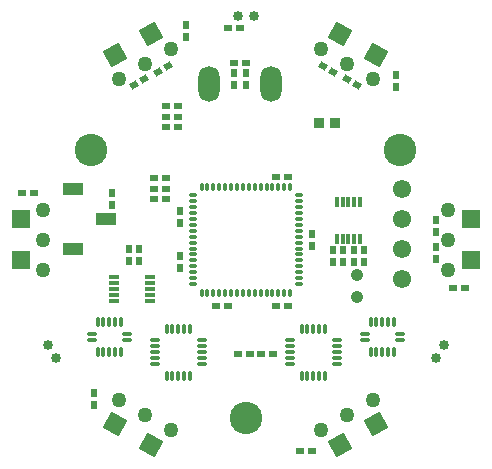
<source format=gbs>
G04 Layer_Color=16711935*
%FSLAX25Y25*%
%MOIN*%
G70*
G01*
G75*
%ADD72P,0.08635X4X165.0*%
%ADD73R,0.06106X0.06106*%
%ADD74P,0.08635X4X285.0*%
%ADD84R,0.02562X0.02169*%
%ADD85R,0.02169X0.02562*%
G04:AMPARAMS|DCode=88|XSize=21.69mil|YSize=25.62mil|CornerRadius=0mil|HoleSize=0mil|Usage=FLASHONLY|Rotation=60.000|XOffset=0mil|YOffset=0mil|HoleType=Round|Shape=Rectangle|*
%AMROTATEDRECTD88*
4,1,4,0.00567,-0.01580,-0.01652,-0.00298,-0.00567,0.01580,0.01652,0.00298,0.00567,-0.01580,0.0*
%
%ADD88ROTATEDRECTD88*%

G04:AMPARAMS|DCode=89|XSize=21.69mil|YSize=25.62mil|CornerRadius=0mil|HoleSize=0mil|Usage=FLASHONLY|Rotation=120.000|XOffset=0mil|YOffset=0mil|HoleType=Round|Shape=Rectangle|*
%AMROTATEDRECTD89*
4,1,4,0.01652,-0.00298,-0.00567,-0.01580,-0.01652,0.00298,0.00567,0.01580,0.01652,-0.00298,0.0*
%
%ADD89ROTATEDRECTD89*%

%ADD90R,0.03350X0.03743*%
%ADD96C,0.04137*%
%ADD97O,0.07090X0.12011*%
%ADD98C,0.06106*%
%ADD99C,0.05000*%
%ADD100C,0.10830*%
%ADD101O,0.02759X0.01184*%
%ADD102O,0.01184X0.02759*%
%ADD103O,0.03350X0.01184*%
%ADD104O,0.01184X0.03350*%
%ADD105R,0.03547X0.01381*%
%ADD106R,0.01381X0.03547*%
%ADD107R,0.07090X0.04137*%
%ADD108O,0.01381X0.03547*%
%ADD109O,0.03547X0.01381*%
%ADD110C,0.03350*%
D72*
X50966Y150897D02*
D03*
X39033Y144007D02*
D03*
X114034Y14103D02*
D03*
X125967Y20993D02*
D03*
D73*
X7500Y89389D02*
D03*
Y75610D02*
D03*
X157500Y75611D02*
D03*
Y89390D02*
D03*
D74*
X39033Y20993D02*
D03*
X50967Y14103D02*
D03*
X125967Y144008D02*
D03*
X114033Y150897D02*
D03*
D84*
X80468Y153000D02*
D03*
X76531D02*
D03*
X82468Y141500D02*
D03*
X78531D02*
D03*
X59969Y127000D02*
D03*
X56032D02*
D03*
X59969Y120000D02*
D03*
X56032D02*
D03*
X55968Y99500D02*
D03*
X52031D02*
D03*
X55968Y96000D02*
D03*
X52031D02*
D03*
X83969Y44500D02*
D03*
X80032D02*
D03*
X91469Y44500D02*
D03*
X87532D02*
D03*
X11969Y98000D02*
D03*
X8032D02*
D03*
X100531Y12000D02*
D03*
X104469D02*
D03*
X155468Y66500D02*
D03*
X151532D02*
D03*
X59969Y123500D02*
D03*
X56032D02*
D03*
X52031Y103000D02*
D03*
X55968D02*
D03*
X96469Y103500D02*
D03*
X92532D02*
D03*
X96469Y60500D02*
D03*
X92532D02*
D03*
X72531D02*
D03*
X76468D02*
D03*
D85*
X47000Y75532D02*
D03*
Y79469D02*
D03*
X43500D02*
D03*
Y75532D02*
D03*
X111500Y78969D02*
D03*
Y75032D02*
D03*
X115000D02*
D03*
Y78969D02*
D03*
X118500D02*
D03*
Y75032D02*
D03*
X122000D02*
D03*
Y78969D02*
D03*
X78500Y137969D02*
D03*
Y134031D02*
D03*
X38000Y97969D02*
D03*
Y94032D02*
D03*
X62500Y153969D02*
D03*
Y150031D02*
D03*
X32000Y27531D02*
D03*
Y31468D02*
D03*
X132500Y133531D02*
D03*
Y137469D02*
D03*
X146000Y88968D02*
D03*
Y85031D02*
D03*
X82500Y134031D02*
D03*
Y137969D02*
D03*
X146000Y76032D02*
D03*
Y79969D02*
D03*
X60500Y91969D02*
D03*
Y88032D02*
D03*
Y73032D02*
D03*
Y76968D02*
D03*
X104500Y84469D02*
D03*
Y80532D02*
D03*
D88*
X111705Y138516D02*
D03*
X108295Y140484D02*
D03*
X116295Y135984D02*
D03*
X119705Y134016D02*
D03*
D89*
X45295D02*
D03*
X48705Y135984D02*
D03*
X53295Y138516D02*
D03*
X56705Y140484D02*
D03*
D90*
X106744Y121500D02*
D03*
X112256D02*
D03*
D96*
X119437Y70740D02*
D03*
Y63260D02*
D03*
D97*
X70067Y134248D02*
D03*
X90933D02*
D03*
D98*
X134500Y69508D02*
D03*
Y79508D02*
D03*
Y89508D02*
D03*
Y99508D02*
D03*
D99*
X57410Y145975D02*
D03*
X48750Y140975D02*
D03*
X40090Y135975D02*
D03*
X15000Y92500D02*
D03*
Y82500D02*
D03*
Y72500D02*
D03*
X40090Y29043D02*
D03*
X48750Y24043D02*
D03*
X57410Y19043D02*
D03*
X107590D02*
D03*
X116250Y24043D02*
D03*
X124910Y29043D02*
D03*
X150000Y72500D02*
D03*
Y82500D02*
D03*
Y92500D02*
D03*
X124910Y135957D02*
D03*
X116250Y140957D02*
D03*
X107590Y145957D02*
D03*
D100*
X82500Y23000D02*
D03*
X30972Y112250D02*
D03*
X134029D02*
D03*
D101*
X64882Y97264D02*
D03*
Y95295D02*
D03*
Y93327D02*
D03*
Y91358D02*
D03*
Y89390D02*
D03*
Y87421D02*
D03*
Y85453D02*
D03*
Y83484D02*
D03*
Y81516D02*
D03*
Y79547D02*
D03*
Y77579D02*
D03*
Y75610D02*
D03*
Y73642D02*
D03*
Y71673D02*
D03*
Y69705D02*
D03*
Y67736D02*
D03*
X100118D02*
D03*
Y69705D02*
D03*
Y71673D02*
D03*
Y73642D02*
D03*
Y75610D02*
D03*
Y77579D02*
D03*
Y79547D02*
D03*
Y81516D02*
D03*
Y83484D02*
D03*
Y85453D02*
D03*
Y87421D02*
D03*
Y89390D02*
D03*
Y91358D02*
D03*
Y93327D02*
D03*
Y95295D02*
D03*
Y97264D02*
D03*
D102*
X67736Y64882D02*
D03*
X69705D02*
D03*
X71673D02*
D03*
X73642D02*
D03*
X75610D02*
D03*
X77579D02*
D03*
X79547D02*
D03*
X81516D02*
D03*
X83484D02*
D03*
X85453D02*
D03*
X87421D02*
D03*
X89390D02*
D03*
X91358D02*
D03*
X93327D02*
D03*
X95295D02*
D03*
X97264D02*
D03*
Y100118D02*
D03*
X95295D02*
D03*
X93327D02*
D03*
X91358D02*
D03*
X89390D02*
D03*
X87421D02*
D03*
X85453D02*
D03*
X83484D02*
D03*
X81516D02*
D03*
X79547D02*
D03*
X77579D02*
D03*
X75610D02*
D03*
X73642D02*
D03*
X71673D02*
D03*
X69705D02*
D03*
X67736D02*
D03*
D103*
X67874Y48937D02*
D03*
Y46968D02*
D03*
Y45000D02*
D03*
Y43031D02*
D03*
Y41063D02*
D03*
X52126D02*
D03*
Y43031D02*
D03*
Y45000D02*
D03*
Y46968D02*
D03*
Y48937D02*
D03*
X97126Y41063D02*
D03*
Y43031D02*
D03*
Y45000D02*
D03*
Y46968D02*
D03*
Y48937D02*
D03*
X112874D02*
D03*
Y46968D02*
D03*
Y45000D02*
D03*
Y43031D02*
D03*
Y41063D02*
D03*
D104*
X63937Y37126D02*
D03*
X61968D02*
D03*
X60000D02*
D03*
X58031D02*
D03*
X56063D02*
D03*
Y52874D02*
D03*
X58031D02*
D03*
X60000D02*
D03*
X61968D02*
D03*
X63937D02*
D03*
X101063Y52874D02*
D03*
X103032D02*
D03*
X105000D02*
D03*
X106968D02*
D03*
X108937D02*
D03*
Y37126D02*
D03*
X106968D02*
D03*
X105000D02*
D03*
X103032D02*
D03*
X101063D02*
D03*
D105*
X38398Y69937D02*
D03*
Y67968D02*
D03*
Y66000D02*
D03*
Y64031D02*
D03*
Y62063D02*
D03*
X50602D02*
D03*
Y64031D02*
D03*
Y66000D02*
D03*
Y67968D02*
D03*
Y69937D02*
D03*
D106*
X120637Y95002D02*
D03*
X118668D02*
D03*
X116700D02*
D03*
X114732D02*
D03*
X112763D02*
D03*
Y82798D02*
D03*
X114732D02*
D03*
X116700D02*
D03*
X118668D02*
D03*
X120637D02*
D03*
D107*
X24988Y99272D02*
D03*
X36012Y89429D02*
D03*
X24988Y79429D02*
D03*
D108*
X38969Y54921D02*
D03*
X35032D02*
D03*
X33063Y45079D02*
D03*
X35032D02*
D03*
X38969D02*
D03*
X40937D02*
D03*
X33063Y54921D02*
D03*
X40937D02*
D03*
X37000D02*
D03*
Y45079D02*
D03*
X126031D02*
D03*
X129969D02*
D03*
X131937Y54921D02*
D03*
X129969D02*
D03*
X126031D02*
D03*
X124063D02*
D03*
X131937Y45079D02*
D03*
X124063D02*
D03*
X128000D02*
D03*
Y54921D02*
D03*
D109*
X31095Y50984D02*
D03*
Y49016D02*
D03*
X42906D02*
D03*
Y50984D02*
D03*
X133905Y49016D02*
D03*
Y50984D02*
D03*
X122095D02*
D03*
Y49016D02*
D03*
D110*
X19076Y42928D02*
D03*
X16518Y47360D02*
D03*
X148483D02*
D03*
X145924Y42928D02*
D03*
X79941Y157213D02*
D03*
X85059D02*
D03*
M02*

</source>
